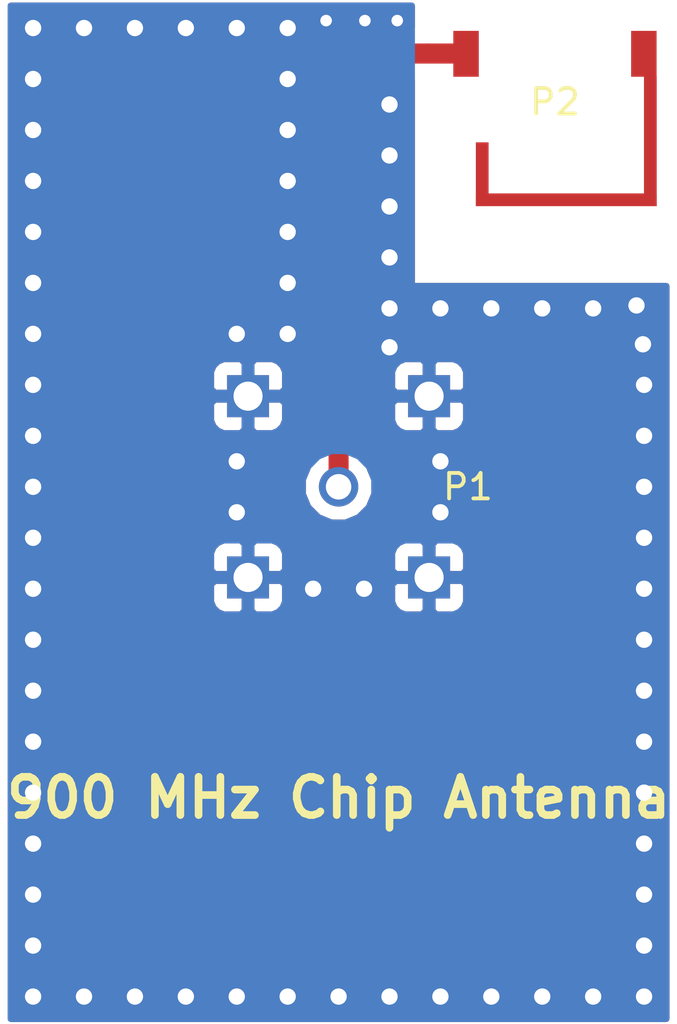
<source format=kicad_pcb>
(kicad_pcb (version 4) (host pcbnew 4.0.5)

  (general
    (links 84)
    (no_connects 6)
    (area 118.609524 74.725 169.390476 116.964)
    (thickness 1.6)
    (drawings 7)
    (tracks 3)
    (zones 0)
    (modules 79)
    (nets 4)
  )

  (page A4)
  (layers
    (0 F.Cu signal)
    (31 B.Cu signal)
    (32 B.Adhes user)
    (33 F.Adhes user)
    (34 B.Paste user)
    (35 F.Paste user)
    (36 B.SilkS user)
    (37 F.SilkS user)
    (38 B.Mask user)
    (39 F.Mask user)
    (40 Dwgs.User user)
    (41 Cmts.User user)
    (42 Eco1.User user)
    (43 Eco2.User user)
    (44 Edge.Cuts user)
    (45 Margin user)
    (46 B.CrtYd user)
    (47 F.CrtYd user)
    (48 B.Fab user)
    (49 F.Fab user)
  )

  (setup
    (last_trace_width 0.5)
    (trace_clearance 0.2)
    (zone_clearance 0.508)
    (zone_45_only no)
    (trace_min 0.2)
    (segment_width 0.2)
    (edge_width 0.15)
    (via_size 0.6)
    (via_drill 0.4)
    (via_min_size 0.4)
    (via_min_drill 0.3)
    (uvia_size 0.3)
    (uvia_drill 0.1)
    (uvias_allowed no)
    (uvia_min_size 0.2)
    (uvia_min_drill 0.1)
    (pcb_text_width 0.3)
    (pcb_text_size 1.5 1.5)
    (mod_edge_width 0.15)
    (mod_text_size 1 1)
    (mod_text_width 0.15)
    (pad_size 1 1)
    (pad_drill 0.64)
    (pad_to_mask_clearance 0.2)
    (aux_axis_origin 0 0)
    (visible_elements 7FFFFF7F)
    (pcbplotparams
      (layerselection 0x020f0_80000001)
      (usegerberextensions false)
      (excludeedgelayer true)
      (linewidth 0.100000)
      (plotframeref false)
      (viasonmask false)
      (mode 1)
      (useauxorigin true)
      (hpglpennumber 1)
      (hpglpenspeed 20)
      (hpglpendiameter 15)
      (hpglpenoverlay 2)
      (psnegative false)
      (psa4output false)
      (plotreference true)
      (plotvalue true)
      (plotinvisibletext false)
      (padsonsilk false)
      (subtractmaskfromsilk false)
      (outputformat 1)
      (mirror false)
      (drillshape 0)
      (scaleselection 1)
      (outputdirectory GerbTool/))
  )

  (net 0 "")
  (net 1 GND)
  (net 2 "Net-(P1-Pad1)")
  (net 3 "Net-(P2-Pad2)")

  (net_class Default "This is the default net class."
    (clearance 0.2)
    (trace_width 0.5)
    (via_dia 0.6)
    (via_drill 0.4)
    (uvia_dia 0.3)
    (uvia_drill 0.1)
    (add_net GND)
    (add_net "Net-(P1-Pad1)")
    (add_net "Net-(P2-Pad2)")
  )

  (module Misc:Via_Stitch_Dia1.00mm_Drill0.64mm (layer F.Cu) (tedit 590FA34C) (tstamp 590F82EE)
    (at 146 89.524)
    (fp_text reference REF** (at 0 0.889) (layer F.SilkS) hide
      (effects (font (size 1 1) (thickness 0.15)))
    )
    (fp_text value Via_Stitch_Dia1.00mm_Drill0.64mm (at 0 -0.889) (layer F.Fab) hide
      (effects (font (size 1 1) (thickness 0.15)))
    )
    (pad 1 thru_hole circle (at 0 0) (size 1 1) (drill 0.64) (layers *.Cu)
      (net 1 GND) (zone_connect 2))
  )

  (module Misc:Via_Stitch_Dia0.508mm_Drill0.254mm (layer F.Cu) (tedit 590FA39A) (tstamp 590F82E9)
    (at 146.304 76.708)
    (fp_text reference REF** (at 0 0.889) (layer F.SilkS) hide
      (effects (font (size 1 1) (thickness 0.15)))
    )
    (fp_text value Via_Stitch_Dia0.508mm_Drill0.254mm (at 0 -0.889) (layer F.Fab) hide
      (effects (font (size 1 1) (thickness 0.15)))
    )
    (pad 1 thru_hole circle (at 0 0) (size 0.7508 0.7508) (drill 0.454) (layers *.Cu)
      (net 1 GND) (zone_connect 2))
  )

  (module Misc:Via_Stitch_Dia0.508mm_Drill0.254mm (layer F.Cu) (tedit 590FA396) (tstamp 590F82E4)
    (at 145.034 76.708)
    (fp_text reference REF** (at 0 0.889) (layer F.SilkS) hide
      (effects (font (size 1 1) (thickness 0.15)))
    )
    (fp_text value Via_Stitch_Dia0.508mm_Drill0.254mm (at 0 -0.889) (layer F.Fab) hide
      (effects (font (size 1 1) (thickness 0.15)))
    )
    (pad 1 thru_hole circle (at 0 0) (size 0.7508 0.7508) (drill 0.454) (layers *.Cu)
      (net 1 GND) (zone_connect 2))
  )

  (module Misc:Via_Stitch_Dia1.00mm_Drill0.64mm (layer F.Cu) (tedit 590FA338) (tstamp 590F81C1)
    (at 155.702 87.884)
    (fp_text reference REF** (at 0 0.889) (layer F.SilkS) hide
      (effects (font (size 1 1) (thickness 0.15)))
    )
    (fp_text value Via_Stitch_Dia1.00mm_Drill0.64mm (at 0 -0.889) (layer F.Fab) hide
      (effects (font (size 1 1) (thickness 0.15)))
    )
    (pad 1 thru_hole circle (at 0 0) (size 1 1) (drill 0.64) (layers *.Cu)
      (net 1 GND) (zone_connect 2))
  )

  (module Misc:Via_Stitch_Dia1.00mm_Drill0.64mm (layer F.Cu) (tedit 590FA33B) (tstamp 590F81A9)
    (at 154 88)
    (fp_text reference REF** (at 0 0.889) (layer F.SilkS) hide
      (effects (font (size 1 1) (thickness 0.15)))
    )
    (fp_text value Via_Stitch_Dia1.00mm_Drill0.64mm (at 0 -0.889) (layer F.Fab) hide
      (effects (font (size 1 1) (thickness 0.15)))
    )
    (pad 1 thru_hole circle (at 0 0) (size 1 1) (drill 0.64) (layers *.Cu)
      (net 1 GND) (zone_connect 2))
  )

  (module Misc:Via_Stitch_Dia1.00mm_Drill0.64mm (layer F.Cu) (tedit 590FA348) (tstamp 590F819F)
    (at 148 88)
    (fp_text reference REF** (at 0 0.889) (layer F.SilkS) hide
      (effects (font (size 1 1) (thickness 0.15)))
    )
    (fp_text value Via_Stitch_Dia1.00mm_Drill0.64mm (at 0 -0.889) (layer F.Fab) hide
      (effects (font (size 1 1) (thickness 0.15)))
    )
    (pad 1 thru_hole circle (at 0 0) (size 1 1) (drill 0.64) (layers *.Cu)
      (net 1 GND) (zone_connect 2))
  )

  (module Misc:Via_Stitch_Dia1.00mm_Drill0.64mm (layer F.Cu) (tedit 590FA340) (tstamp 590F819B)
    (at 152 88)
    (fp_text reference REF** (at 0 0.889) (layer F.SilkS) hide
      (effects (font (size 1 1) (thickness 0.15)))
    )
    (fp_text value Via_Stitch_Dia1.00mm_Drill0.64mm (at 0 -0.889) (layer F.Fab) hide
      (effects (font (size 1 1) (thickness 0.15)))
    )
    (pad 1 thru_hole circle (at 0 0) (size 1 1) (drill 0.64) (layers *.Cu)
      (net 1 GND) (zone_connect 2))
  )

  (module Misc:Via_Stitch_Dia1.00mm_Drill0.64mm (layer F.Cu) (tedit 590FA344) (tstamp 590F8197)
    (at 150 88)
    (fp_text reference REF** (at 0 0.889) (layer F.SilkS) hide
      (effects (font (size 1 1) (thickness 0.15)))
    )
    (fp_text value Via_Stitch_Dia1.00mm_Drill0.64mm (at 0 -0.889) (layer F.Fab) hide
      (effects (font (size 1 1) (thickness 0.15)))
    )
    (pad 1 thru_hole circle (at 0 0) (size 1 1) (drill 0.64) (layers *.Cu)
      (net 1 GND) (zone_connect 2))
  )

  (module Misc:Via_Stitch_Dia1.00mm_Drill0.64mm (layer F.Cu) (tedit 590FA358) (tstamp 590F818C)
    (at 146 84)
    (fp_text reference REF** (at 0 0.889) (layer F.SilkS) hide
      (effects (font (size 1 1) (thickness 0.15)))
    )
    (fp_text value Via_Stitch_Dia1.00mm_Drill0.64mm (at 0 -0.889) (layer F.Fab) hide
      (effects (font (size 1 1) (thickness 0.15)))
    )
    (pad 1 thru_hole circle (at 0 0) (size 1 1) (drill 0.64) (layers *.Cu)
      (net 1 GND) (zone_connect 2))
  )

  (module Misc:Via_Stitch_Dia1.00mm_Drill0.64mm (layer F.Cu) (tedit 590FA355) (tstamp 590F8188)
    (at 146 86)
    (fp_text reference REF** (at 0 0.889) (layer F.SilkS) hide
      (effects (font (size 1 1) (thickness 0.15)))
    )
    (fp_text value Via_Stitch_Dia1.00mm_Drill0.64mm (at 0 -0.889) (layer F.Fab) hide
      (effects (font (size 1 1) (thickness 0.15)))
    )
    (pad 1 thru_hole circle (at 0 0) (size 1 1) (drill 0.64) (layers *.Cu)
      (net 1 GND) (zone_connect 2))
  )

  (module Misc:Via_Stitch_Dia1.00mm_Drill0.64mm (layer F.Cu) (tedit 590FA351) (tstamp 590F8184)
    (at 146 88)
    (fp_text reference REF** (at 0 0.889) (layer F.SilkS) hide
      (effects (font (size 1 1) (thickness 0.15)))
    )
    (fp_text value Via_Stitch_Dia1.00mm_Drill0.64mm (at 0 -0.889) (layer F.Fab) hide
      (effects (font (size 1 1) (thickness 0.15)))
    )
    (pad 1 thru_hole circle (at 0 0) (size 1 1) (drill 0.64) (layers *.Cu)
      (net 1 GND) (zone_connect 2))
  )

  (module Misc:Via_Stitch_Dia1.00mm_Drill0.64mm (layer F.Cu) (tedit 590FA35D) (tstamp 590F8180)
    (at 146 82)
    (fp_text reference REF** (at 0 0.889) (layer F.SilkS) hide
      (effects (font (size 1 1) (thickness 0.15)))
    )
    (fp_text value Via_Stitch_Dia1.00mm_Drill0.64mm (at 0 -0.889) (layer F.Fab) hide
      (effects (font (size 1 1) (thickness 0.15)))
    )
    (pad 1 thru_hole circle (at 0 0) (size 1 1) (drill 0.64) (layers *.Cu)
      (net 1 GND) (zone_connect 2))
  )

  (module Misc:Via_Stitch_Dia1.00mm_Drill0.64mm (layer F.Cu) (tedit 590FA360) (tstamp 590F817C)
    (at 146 80)
    (fp_text reference REF** (at 0 0.889) (layer F.SilkS) hide
      (effects (font (size 1 1) (thickness 0.15)))
    )
    (fp_text value Via_Stitch_Dia1.00mm_Drill0.64mm (at 0 -0.889) (layer F.Fab) hide
      (effects (font (size 1 1) (thickness 0.15)))
    )
    (pad 1 thru_hole circle (at 0 0) (size 1 1) (drill 0.64) (layers *.Cu)
      (net 1 GND) (zone_connect 2))
  )

  (module Misc:Via_Stitch_Dia1.00mm_Drill0.64mm (layer F.Cu) (tedit 590FA3B7) (tstamp 590F816F)
    (at 145 99)
    (fp_text reference REF** (at 0 0.889) (layer F.SilkS) hide
      (effects (font (size 1 1) (thickness 0.15)))
    )
    (fp_text value Via_Stitch_Dia1.00mm_Drill0.64mm (at 0 -0.889) (layer F.Fab) hide
      (effects (font (size 1 1) (thickness 0.15)))
    )
    (pad 1 thru_hole circle (at 0 0) (size 1 1) (drill 0.64) (layers *.Cu)
      (net 1 GND) (zone_connect 2))
  )

  (module Misc:Via_Stitch_Dia1.00mm_Drill0.64mm (layer F.Cu) (tedit 590FA3B2) (tstamp 590F8167)
    (at 143 99)
    (fp_text reference REF** (at 0 0.889) (layer F.SilkS) hide
      (effects (font (size 1 1) (thickness 0.15)))
    )
    (fp_text value Via_Stitch_Dia1.00mm_Drill0.64mm (at 0 -0.889) (layer F.Fab) hide
      (effects (font (size 1 1) (thickness 0.15)))
    )
    (pad 1 thru_hole circle (at 0 0) (size 1 1) (drill 0.64) (layers *.Cu)
      (net 1 GND) (zone_connect 2))
  )

  (module Misc:Via_Stitch_Dia1.00mm_Drill0.64mm (layer F.Cu) (tedit 590FA7C9) (tstamp 590F815F)
    (at 148 94)
    (fp_text reference REF** (at 0 0.889) (layer F.SilkS) hide
      (effects (font (size 1 1) (thickness 0.15)))
    )
    (fp_text value Via_Stitch_Dia1.00mm_Drill0.64mm (at 0 -0.889) (layer F.Fab) hide
      (effects (font (size 1 1) (thickness 0.15)))
    )
    (pad 1 thru_hole circle (at 0 0) (size 1 1) (drill 0.64) (layers *.Cu)
      (net 1 GND) (zone_connect 2))
  )

  (module Misc:Via_Stitch_Dia1.00mm_Drill0.64mm (layer F.Cu) (tedit 590FA7C2) (tstamp 590F815B)
    (at 148 96)
    (fp_text reference REF** (at 0 0.889) (layer F.SilkS) hide
      (effects (font (size 1 1) (thickness 0.15)))
    )
    (fp_text value Via_Stitch_Dia1.00mm_Drill0.64mm (at 0 -0.889) (layer F.Fab) hide
      (effects (font (size 1 1) (thickness 0.15)))
    )
    (pad 1 thru_hole circle (at 0 0) (size 1 1) (drill 0.64) (layers *.Cu)
      (net 1 GND) (zone_connect 2))
  )

  (module Misc:Via_Stitch_Dia1.00mm_Drill0.64mm (layer F.Cu) (tedit 590FA375) (tstamp 590F8138)
    (at 140 96)
    (fp_text reference REF** (at 0 0.889) (layer F.SilkS) hide
      (effects (font (size 1 1) (thickness 0.15)))
    )
    (fp_text value Via_Stitch_Dia1.00mm_Drill0.64mm (at 0 -0.889) (layer F.Fab) hide
      (effects (font (size 1 1) (thickness 0.15)))
    )
    (pad 1 thru_hole circle (at 0 0) (size 1 1) (drill 0.64) (layers *.Cu)
      (net 1 GND) (zone_connect 2))
  )

  (module Misc:Via_Stitch_Dia1.00mm_Drill0.64mm (layer F.Cu) (tedit 590FA370) (tstamp 590F8134)
    (at 140 94)
    (fp_text reference REF** (at 0 0.889) (layer F.SilkS) hide
      (effects (font (size 1 1) (thickness 0.15)))
    )
    (fp_text value Via_Stitch_Dia1.00mm_Drill0.64mm (at 0 -0.889) (layer F.Fab) hide
      (effects (font (size 1 1) (thickness 0.15)))
    )
    (pad 1 thru_hole circle (at 0 0) (size 1 1) (drill 0.64) (layers *.Cu)
      (net 1 GND) (zone_connect 2))
  )

  (module Misc:Via_Stitch_Dia1.00mm_Drill0.64mm (layer F.Cu) (tedit 590FA369) (tstamp 590F8117)
    (at 140 89)
    (fp_text reference REF** (at 0 0.889) (layer F.SilkS) hide
      (effects (font (size 1 1) (thickness 0.15)))
    )
    (fp_text value Via_Stitch_Dia1.00mm_Drill0.64mm (at 0 -0.889) (layer F.Fab) hide
      (effects (font (size 1 1) (thickness 0.15)))
    )
    (pad 1 thru_hole circle (at 0 0) (size 1 1) (drill 0.64) (layers *.Cu)
      (net 1 GND) (zone_connect 2))
  )

  (module Misc:Via_Stitch_Dia1.00mm_Drill0.64mm (layer F.Cu) (tedit 590FA388) (tstamp 590F8113)
    (at 142 79)
    (fp_text reference REF** (at 0 0.889) (layer F.SilkS) hide
      (effects (font (size 1 1) (thickness 0.15)))
    )
    (fp_text value Via_Stitch_Dia1.00mm_Drill0.64mm (at 0 -0.889) (layer F.Fab) hide
      (effects (font (size 1 1) (thickness 0.15)))
    )
    (pad 1 thru_hole circle (at 0 0) (size 1 1) (drill 0.64) (layers *.Cu)
      (net 1 GND) (zone_connect 2))
  )

  (module Misc:Via_Stitch_Dia1.00mm_Drill0.64mm (layer F.Cu) (tedit 590FA384) (tstamp 590F810F)
    (at 142 81)
    (fp_text reference REF** (at 0 0.889) (layer F.SilkS) hide
      (effects (font (size 1 1) (thickness 0.15)))
    )
    (fp_text value Via_Stitch_Dia1.00mm_Drill0.64mm (at 0 -0.889) (layer F.Fab) hide
      (effects (font (size 1 1) (thickness 0.15)))
    )
    (pad 1 thru_hole circle (at 0 0) (size 1 1) (drill 0.64) (layers *.Cu)
      (net 1 GND) (zone_connect 2))
  )

  (module Misc:Via_Stitch_Dia1.00mm_Drill0.64mm (layer F.Cu) (tedit 590FA380) (tstamp 590F810B)
    (at 142 83)
    (fp_text reference REF** (at 0 0.889) (layer F.SilkS) hide
      (effects (font (size 1 1) (thickness 0.15)))
    )
    (fp_text value Via_Stitch_Dia1.00mm_Drill0.64mm (at 0 -0.889) (layer F.Fab) hide
      (effects (font (size 1 1) (thickness 0.15)))
    )
    (pad 1 thru_hole circle (at 0 0) (size 1 1) (drill 0.64) (layers *.Cu)
      (net 1 GND) (zone_connect 2))
  )

  (module Misc:Via_Stitch_Dia1.00mm_Drill0.64mm (layer F.Cu) (tedit 590FA365) (tstamp 590F8107)
    (at 142 89)
    (fp_text reference REF** (at 0 0.889) (layer F.SilkS) hide
      (effects (font (size 1 1) (thickness 0.15)))
    )
    (fp_text value Via_Stitch_Dia1.00mm_Drill0.64mm (at 0 -0.889) (layer F.Fab) hide
      (effects (font (size 1 1) (thickness 0.15)))
    )
    (pad 1 thru_hole circle (at 0 0) (size 1 1) (drill 0.64) (layers *.Cu)
      (net 1 GND) (zone_connect 2))
  )

  (module Misc:Via_Stitch_Dia1.00mm_Drill0.64mm (layer F.Cu) (tedit 590FA378) (tstamp 590F8103)
    (at 142 87)
    (fp_text reference REF** (at 0 0.889) (layer F.SilkS) hide
      (effects (font (size 1 1) (thickness 0.15)))
    )
    (fp_text value Via_Stitch_Dia1.00mm_Drill0.64mm (at 0 -0.889) (layer F.Fab) hide
      (effects (font (size 1 1) (thickness 0.15)))
    )
    (pad 1 thru_hole circle (at 0 0) (size 1 1) (drill 0.64) (layers *.Cu)
      (net 1 GND) (zone_connect 2))
  )

  (module Misc:Via_Stitch_Dia1.00mm_Drill0.64mm (layer F.Cu) (tedit 590FA37C) (tstamp 590F80FF)
    (at 142 85)
    (fp_text reference REF** (at 0 0.889) (layer F.SilkS) hide
      (effects (font (size 1 1) (thickness 0.15)))
    )
    (fp_text value Via_Stitch_Dia1.00mm_Drill0.64mm (at 0 -0.889) (layer F.Fab) hide
      (effects (font (size 1 1) (thickness 0.15)))
    )
    (pad 1 thru_hole circle (at 0 0) (size 1 1) (drill 0.64) (layers *.Cu)
      (net 1 GND) (zone_connect 2))
  )

  (module Misc:Via_Stitch_Dia1.00mm_Drill0.64mm (layer F.Cu) (tedit 590FA38C) (tstamp 590F80D4)
    (at 142 77)
    (fp_text reference REF** (at 0 0.889) (layer F.SilkS) hide
      (effects (font (size 1 1) (thickness 0.15)))
    )
    (fp_text value Via_Stitch_Dia1.00mm_Drill0.64mm (at 0 -0.889) (layer F.Fab) hide
      (effects (font (size 1 1) (thickness 0.15)))
    )
    (pad 1 thru_hole circle (at 0 0) (size 1 1) (drill 0.64) (layers *.Cu)
      (net 1 GND) (zone_connect 2))
  )

  (module Misc:Via_Stitch_Dia1.00mm_Drill0.64mm (layer F.Cu) (tedit 590FA3A2) (tstamp 590F80CC)
    (at 138 77)
    (fp_text reference REF** (at 0 0.889) (layer F.SilkS) hide
      (effects (font (size 1 1) (thickness 0.15)))
    )
    (fp_text value Via_Stitch_Dia1.00mm_Drill0.64mm (at 0 -0.889) (layer F.Fab) hide
      (effects (font (size 1 1) (thickness 0.15)))
    )
    (pad 1 thru_hole circle (at 0 0) (size 1 1) (drill 0.64) (layers *.Cu)
      (net 1 GND) (zone_connect 2))
  )

  (module Misc:Via_Stitch_Dia1.00mm_Drill0.64mm (layer F.Cu) (tedit 590FA39E) (tstamp 590F80C8)
    (at 140 77)
    (fp_text reference REF** (at 0 0.889) (layer F.SilkS) hide
      (effects (font (size 1 1) (thickness 0.15)))
    )
    (fp_text value Via_Stitch_Dia1.00mm_Drill0.64mm (at 0 -0.889) (layer F.Fab) hide
      (effects (font (size 1 1) (thickness 0.15)))
    )
    (pad 1 thru_hole circle (at 0 0) (size 1 1) (drill 0.64) (layers *.Cu)
      (net 1 GND) (zone_connect 2))
  )

  (module Misc:Via_Stitch_Dia1.00mm_Drill0.64mm (layer F.Cu) (tedit 590FA3A6) (tstamp 590F80C0)
    (at 136 77)
    (fp_text reference REF** (at 0 0.889) (layer F.SilkS) hide
      (effects (font (size 1 1) (thickness 0.15)))
    )
    (fp_text value Via_Stitch_Dia1.00mm_Drill0.64mm (at 0 -0.889) (layer F.Fab) hide
      (effects (font (size 1 1) (thickness 0.15)))
    )
    (pad 1 thru_hole circle (at 0 0) (size 1 1) (drill 0.64) (layers *.Cu)
      (net 1 GND) (zone_connect 2))
  )

  (module Misc:Via_Stitch_Dia1.00mm_Drill0.64mm (layer F.Cu) (tedit 590FA3AA) (tstamp 590F80A8)
    (at 134 77)
    (fp_text reference REF** (at 0 0.889) (layer F.SilkS) hide
      (effects (font (size 1 1) (thickness 0.15)))
    )
    (fp_text value Via_Stitch_Dia1.00mm_Drill0.64mm (at 0 -0.889) (layer F.Fab) hide
      (effects (font (size 1 1) (thickness 0.15)))
    )
    (pad 1 thru_hole circle (at 0 0) (size 1 1) (drill 0.64) (layers *.Cu)
      (net 1 GND) (zone_connect 2))
  )

  (module Misc:Via_Stitch_Dia1.00mm_Drill0.64mm (layer F.Cu) (tedit 590FA325) (tstamp 590F8099)
    (at 156 91)
    (fp_text reference REF** (at 0 0.889) (layer F.SilkS) hide
      (effects (font (size 1 1) (thickness 0.15)))
    )
    (fp_text value Via_Stitch_Dia1.00mm_Drill0.64mm (at 0 -0.889) (layer F.Fab) hide
      (effects (font (size 1 1) (thickness 0.15)))
    )
    (pad 1 thru_hole circle (at 0 0) (size 1 1) (drill 0.64) (layers *.Cu)
      (net 1 GND) (zone_connect 2))
  )

  (module Misc:Via_Stitch_Dia1.00mm_Drill0.64mm (layer F.Cu) (tedit 590FA32B) (tstamp 590F8095)
    (at 155.956 89.408)
    (fp_text reference REF** (at 0 0.889) (layer F.SilkS) hide
      (effects (font (size 1 1) (thickness 0.15)))
    )
    (fp_text value Via_Stitch_Dia1.00mm_Drill0.64mm (at 0 -0.889) (layer F.Fab) hide
      (effects (font (size 1 1) (thickness 0.15)))
    )
    (pad 1 thru_hole circle (at 0 0) (size 1 1) (drill 0.64) (layers *.Cu)
      (net 1 GND) (zone_connect 2))
  )

  (module Misc:Via_Stitch_Dia1.00mm_Drill0.64mm (layer F.Cu) (tedit 590FA311) (tstamp 590F8091)
    (at 156 101)
    (fp_text reference REF** (at 0 0.889) (layer F.SilkS) hide
      (effects (font (size 1 1) (thickness 0.15)))
    )
    (fp_text value Via_Stitch_Dia1.00mm_Drill0.64mm (at 0 -0.889) (layer F.Fab) hide
      (effects (font (size 1 1) (thickness 0.15)))
    )
    (pad 1 thru_hole circle (at 0 0) (size 1 1) (drill 0.64) (layers *.Cu)
      (net 1 GND) (zone_connect 2))
  )

  (module Misc:Via_Stitch_Dia1.00mm_Drill0.64mm (layer F.Cu) (tedit 590FA30C) (tstamp 590F808D)
    (at 156 103)
    (fp_text reference REF** (at 0 0.889) (layer F.SilkS) hide
      (effects (font (size 1 1) (thickness 0.15)))
    )
    (fp_text value Via_Stitch_Dia1.00mm_Drill0.64mm (at 0 -0.889) (layer F.Fab) hide
      (effects (font (size 1 1) (thickness 0.15)))
    )
    (pad 1 thru_hole circle (at 0 0) (size 1 1) (drill 0.64) (layers *.Cu)
      (net 1 GND) (zone_connect 2))
  )

  (module Misc:Via_Stitch_Dia1.00mm_Drill0.64mm (layer F.Cu) (tedit 590FA308) (tstamp 590F8089)
    (at 156 105)
    (fp_text reference REF** (at 0 0.889) (layer F.SilkS) hide
      (effects (font (size 1 1) (thickness 0.15)))
    )
    (fp_text value Via_Stitch_Dia1.00mm_Drill0.64mm (at 0 -0.889) (layer F.Fab) hide
      (effects (font (size 1 1) (thickness 0.15)))
    )
    (pad 1 thru_hole circle (at 0 0) (size 1 1) (drill 0.64) (layers *.Cu)
      (net 1 GND) (zone_connect 2))
  )

  (module Misc:Via_Stitch_Dia1.00mm_Drill0.64mm (layer F.Cu) (tedit 590FA302) (tstamp 590F8085)
    (at 156 107)
    (fp_text reference REF** (at 0 0.889) (layer F.SilkS) hide
      (effects (font (size 1 1) (thickness 0.15)))
    )
    (fp_text value Via_Stitch_Dia1.00mm_Drill0.64mm (at 0 -0.889) (layer F.Fab) hide
      (effects (font (size 1 1) (thickness 0.15)))
    )
    (pad 1 thru_hole circle (at 0 0) (size 1 1) (drill 0.64) (layers *.Cu)
      (net 1 GND) (zone_connect 2))
  )

  (module Misc:Via_Stitch_Dia1.00mm_Drill0.64mm (layer F.Cu) (tedit 590FA314) (tstamp 590F8081)
    (at 156 99)
    (fp_text reference REF** (at 0 0.889) (layer F.SilkS) hide
      (effects (font (size 1 1) (thickness 0.15)))
    )
    (fp_text value Via_Stitch_Dia1.00mm_Drill0.64mm (at 0 -0.889) (layer F.Fab) hide
      (effects (font (size 1 1) (thickness 0.15)))
    )
    (pad 1 thru_hole circle (at 0 0) (size 1 1) (drill 0.64) (layers *.Cu)
      (net 1 GND) (zone_connect 2))
  )

  (module Misc:Via_Stitch_Dia1.00mm_Drill0.64mm (layer F.Cu) (tedit 590FA318) (tstamp 590F807D)
    (at 156 97)
    (fp_text reference REF** (at 0 0.889) (layer F.SilkS) hide
      (effects (font (size 1 1) (thickness 0.15)))
    )
    (fp_text value Via_Stitch_Dia1.00mm_Drill0.64mm (at 0 -0.889) (layer F.Fab) hide
      (effects (font (size 1 1) (thickness 0.15)))
    )
    (pad 1 thru_hole circle (at 0 0) (size 1 1) (drill 0.64) (layers *.Cu)
      (net 1 GND) (zone_connect 2))
  )

  (module Misc:Via_Stitch_Dia1.00mm_Drill0.64mm (layer F.Cu) (tedit 590FA31C) (tstamp 590F8079)
    (at 156 95)
    (fp_text reference REF** (at 0 0.889) (layer F.SilkS) hide
      (effects (font (size 1 1) (thickness 0.15)))
    )
    (fp_text value Via_Stitch_Dia1.00mm_Drill0.64mm (at 0 -0.889) (layer F.Fab) hide
      (effects (font (size 1 1) (thickness 0.15)))
    )
    (pad 1 thru_hole circle (at 0 0) (size 1 1) (drill 0.64) (layers *.Cu)
      (net 1 GND) (zone_connect 2))
  )

  (module Misc:Via_Stitch_Dia1.00mm_Drill0.64mm (layer F.Cu) (tedit 590FA321) (tstamp 590F8075)
    (at 156 93)
    (fp_text reference REF** (at 0 0.889) (layer F.SilkS) hide
      (effects (font (size 1 1) (thickness 0.15)))
    )
    (fp_text value Via_Stitch_Dia1.00mm_Drill0.64mm (at 0 -0.889) (layer F.Fab) hide
      (effects (font (size 1 1) (thickness 0.15)))
    )
    (pad 1 thru_hole circle (at 0 0) (size 1 1) (drill 0.64) (layers *.Cu)
      (net 1 GND) (zone_connect 2))
  )

  (module Misc:Via_Stitch_Dia1.00mm_Drill0.64mm (layer F.Cu) (tedit 590FA2F0) (tstamp 590F8071)
    (at 156 113)
    (fp_text reference REF** (at 0 0.889) (layer F.SilkS) hide
      (effects (font (size 1 1) (thickness 0.15)))
    )
    (fp_text value Via_Stitch_Dia1.00mm_Drill0.64mm (at 0 -0.889) (layer F.Fab) hide
      (effects (font (size 1 1) (thickness 0.15)))
    )
    (pad 1 thru_hole circle (at 0 0) (size 1 1) (drill 0.64) (layers *.Cu)
      (net 1 GND) (zone_connect 2))
  )

  (module Misc:Via_Stitch_Dia1.00mm_Drill0.64mm (layer F.Cu) (tedit 590FA2F4) (tstamp 590F806D)
    (at 156 111)
    (fp_text reference REF** (at 0 0.889) (layer F.SilkS) hide
      (effects (font (size 1 1) (thickness 0.15)))
    )
    (fp_text value Via_Stitch_Dia1.00mm_Drill0.64mm (at 0 -0.889) (layer F.Fab) hide
      (effects (font (size 1 1) (thickness 0.15)))
    )
    (pad 1 thru_hole circle (at 0 0) (size 1 1) (drill 0.64) (layers *.Cu)
      (net 1 GND) (zone_connect 2))
  )

  (module Misc:Via_Stitch_Dia1.00mm_Drill0.64mm (layer F.Cu) (tedit 590FA2F9) (tstamp 590F8069)
    (at 156 109)
    (fp_text reference REF** (at 0 0.889) (layer F.SilkS) hide
      (effects (font (size 1 1) (thickness 0.15)))
    )
    (fp_text value Via_Stitch_Dia1.00mm_Drill0.64mm (at 0 -0.889) (layer F.Fab) hide
      (effects (font (size 1 1) (thickness 0.15)))
    )
    (pad 1 thru_hole circle (at 0 0) (size 1 1) (drill 0.64) (layers *.Cu)
      (net 1 GND) (zone_connect 2))
  )

  (module Misc:Via_Stitch_Dia1.00mm_Drill0.64mm (layer F.Cu) (tedit 590FA2E8) (tstamp 590F8051)
    (at 156 115)
    (fp_text reference REF** (at 0 0.889) (layer F.SilkS) hide
      (effects (font (size 1 1) (thickness 0.15)))
    )
    (fp_text value Via_Stitch_Dia1.00mm_Drill0.64mm (at 0 -0.889) (layer F.Fab) hide
      (effects (font (size 1 1) (thickness 0.15)))
    )
    (pad 1 thru_hole circle (at 0 0) (size 1 1) (drill 0.64) (layers *.Cu)
      (net 1 GND) (zone_connect 2))
  )

  (module Misc:Via_Stitch_Dia1.00mm_Drill0.64mm (layer F.Cu) (tedit 590FA2D8) (tstamp 590F804C)
    (at 152 115)
    (fp_text reference REF** (at 0 0.889) (layer F.SilkS) hide
      (effects (font (size 1 1) (thickness 0.15)))
    )
    (fp_text value Via_Stitch_Dia1.00mm_Drill0.64mm (at 0 -0.889) (layer F.Fab) hide
      (effects (font (size 1 1) (thickness 0.15)))
    )
    (pad 1 thru_hole circle (at 0 0) (size 1 1) (drill 0.64) (layers *.Cu)
      (net 1 GND) (zone_connect 2))
  )

  (module Misc:Via_Stitch_Dia1.00mm_Drill0.64mm (layer F.Cu) (tedit 590FA2DC) (tstamp 590F8048)
    (at 154 115)
    (fp_text reference REF** (at 0 0.889) (layer F.SilkS) hide
      (effects (font (size 1 1) (thickness 0.15)))
    )
    (fp_text value Via_Stitch_Dia1.00mm_Drill0.64mm (at 0 -0.889) (layer F.Fab) hide
      (effects (font (size 1 1) (thickness 0.15)))
    )
    (pad 1 thru_hole circle (at 0 0) (size 1 1) (drill 0.64) (layers *.Cu)
      (net 1 GND) (zone_connect 2))
  )

  (module Misc:Via_Stitch_Dia1.00mm_Drill0.64mm (layer F.Cu) (tedit 590FA2D1) (tstamp 590F8044)
    (at 150 115)
    (fp_text reference REF** (at 0 0.889) (layer F.SilkS) hide
      (effects (font (size 1 1) (thickness 0.15)))
    )
    (fp_text value Via_Stitch_Dia1.00mm_Drill0.64mm (at 0 -0.889) (layer F.Fab) hide
      (effects (font (size 1 1) (thickness 0.15)))
    )
    (pad 1 thru_hole circle (at 0 0) (size 1 1) (drill 0.64) (layers *.Cu)
      (net 1 GND) (zone_connect 2))
  )

  (module Misc:Via_Stitch_Dia1.00mm_Drill0.64mm (layer F.Cu) (tedit 590FA2CD) (tstamp 590F8040)
    (at 148 115)
    (fp_text reference REF** (at 0 0.889) (layer F.SilkS) hide
      (effects (font (size 1 1) (thickness 0.15)))
    )
    (fp_text value Via_Stitch_Dia1.00mm_Drill0.64mm (at 0 -0.889) (layer F.Fab) hide
      (effects (font (size 1 1) (thickness 0.15)))
    )
    (pad 1 thru_hole circle (at 0 0) (size 1 1) (drill 0.64) (layers *.Cu)
      (net 1 GND) (zone_connect 2))
  )

  (module Misc:Via_Stitch_Dia1.00mm_Drill0.64mm (layer F.Cu) (tedit 590FA2BB) (tstamp 590F803C)
    (at 140 115)
    (fp_text reference REF** (at 0 0.889) (layer F.SilkS) hide
      (effects (font (size 1 1) (thickness 0.15)))
    )
    (fp_text value Via_Stitch_Dia1.00mm_Drill0.64mm (at 0 -0.889) (layer F.Fab) hide
      (effects (font (size 1 1) (thickness 0.15)))
    )
    (pad 1 thru_hole circle (at 0 0) (size 1 1) (drill 0.64) (layers *.Cu)
      (net 1 GND) (zone_connect 2))
  )

  (module Misc:Via_Stitch_Dia1.00mm_Drill0.64mm (layer F.Cu) (tedit 590FA2BF) (tstamp 590F8038)
    (at 142 115)
    (fp_text reference REF** (at 0 0.889) (layer F.SilkS) hide
      (effects (font (size 1 1) (thickness 0.15)))
    )
    (fp_text value Via_Stitch_Dia1.00mm_Drill0.64mm (at 0 -0.889) (layer F.Fab) hide
      (effects (font (size 1 1) (thickness 0.15)))
    )
    (pad 1 thru_hole circle (at 0 0) (size 1 1) (drill 0.64) (layers *.Cu)
      (net 1 GND) (zone_connect 2))
  )

  (module Misc:Via_Stitch_Dia1.00mm_Drill0.64mm (layer F.Cu) (tedit 590FA2C8) (tstamp 590F8034)
    (at 146 115)
    (fp_text reference REF** (at 0 0.889) (layer F.SilkS) hide
      (effects (font (size 1 1) (thickness 0.15)))
    )
    (fp_text value Via_Stitch_Dia1.00mm_Drill0.64mm (at 0 -0.889) (layer F.Fab) hide
      (effects (font (size 1 1) (thickness 0.15)))
    )
    (pad 1 thru_hole circle (at 0 0) (size 1 1) (drill 0.64) (layers *.Cu)
      (net 1 GND) (zone_connect 2))
  )

  (module Misc:Via_Stitch_Dia1.00mm_Drill0.64mm (layer F.Cu) (tedit 590FA2C4) (tstamp 590F8030)
    (at 144 115)
    (fp_text reference REF** (at 0 0.889) (layer F.SilkS) hide
      (effects (font (size 1 1) (thickness 0.15)))
    )
    (fp_text value Via_Stitch_Dia1.00mm_Drill0.64mm (at 0 -0.889) (layer F.Fab) hide
      (effects (font (size 1 1) (thickness 0.15)))
    )
    (pad 1 thru_hole circle (at 0 0) (size 1 1) (drill 0.64) (layers *.Cu)
      (net 1 GND) (zone_connect 2))
  )

  (module Misc:Via_Stitch_Dia1.00mm_Drill0.64mm (layer F.Cu) (tedit 590FA2B2) (tstamp 590F802C)
    (at 136 115)
    (fp_text reference REF** (at 0 0.889) (layer F.SilkS) hide
      (effects (font (size 1 1) (thickness 0.15)))
    )
    (fp_text value Via_Stitch_Dia1.00mm_Drill0.64mm (at 0 -0.889) (layer F.Fab) hide
      (effects (font (size 1 1) (thickness 0.15)))
    )
    (pad 1 thru_hole circle (at 0 0) (size 1 1) (drill 0.64) (layers *.Cu)
      (net 1 GND) (zone_connect 2))
  )

  (module Misc:Via_Stitch_Dia1.00mm_Drill0.64mm (layer F.Cu) (tedit 590FA2B6) (tstamp 590F8028)
    (at 138 115)
    (fp_text reference REF** (at 0 0.889) (layer F.SilkS) hide
      (effects (font (size 1 1) (thickness 0.15)))
    )
    (fp_text value Via_Stitch_Dia1.00mm_Drill0.64mm (at 0 -0.889) (layer F.Fab) hide
      (effects (font (size 1 1) (thickness 0.15)))
    )
    (pad 1 thru_hole circle (at 0 0) (size 1 1) (drill 0.64) (layers *.Cu)
      (net 1 GND) (zone_connect 2))
  )

  (module Misc:Via_Stitch_Dia1.00mm_Drill0.64mm (layer F.Cu) (tedit 590FA2AE) (tstamp 590F8020)
    (at 134 115)
    (fp_text reference REF** (at 0 0.889) (layer F.SilkS) hide
      (effects (font (size 1 1) (thickness 0.15)))
    )
    (fp_text value Via_Stitch_Dia1.00mm_Drill0.64mm (at 0 -0.889) (layer F.Fab) hide
      (effects (font (size 1 1) (thickness 0.15)))
    )
    (pad 1 thru_hole circle (at 0 0) (size 1 1) (drill 0.64) (layers *.Cu)
      (net 1 GND) (zone_connect 2))
  )

  (module Misc:Via_Stitch_Dia1.00mm_Drill0.64mm (layer F.Cu) (tedit 590FA29B) (tstamp 590F8016)
    (at 132 109)
    (fp_text reference REF** (at 0 0.889) (layer F.SilkS) hide
      (effects (font (size 1 1) (thickness 0.15)))
    )
    (fp_text value Via_Stitch_Dia1.00mm_Drill0.64mm (at 0 -0.889) (layer F.Fab) hide
      (effects (font (size 1 1) (thickness 0.15)))
    )
    (pad 1 thru_hole circle (at 0 0) (size 1 1) (drill 0.64) (layers *.Cu)
      (net 1 GND) (zone_connect 2))
  )

  (module Misc:Via_Stitch_Dia1.00mm_Drill0.64mm (layer F.Cu) (tedit 590FA2A2) (tstamp 590F8012)
    (at 132 111)
    (fp_text reference REF** (at 0 0.889) (layer F.SilkS) hide
      (effects (font (size 1 1) (thickness 0.15)))
    )
    (fp_text value Via_Stitch_Dia1.00mm_Drill0.64mm (at 0 -0.889) (layer F.Fab) hide
      (effects (font (size 1 1) (thickness 0.15)))
    )
    (pad 1 thru_hole circle (at 0 0) (size 1 1) (drill 0.64) (layers *.Cu)
      (net 1 GND) (zone_connect 2))
  )

  (module Misc:Via_Stitch_Dia1.00mm_Drill0.64mm (layer F.Cu) (tedit 590FA2A6) (tstamp 590F800E)
    (at 132 113)
    (fp_text reference REF** (at 0 0.889) (layer F.SilkS) hide
      (effects (font (size 1 1) (thickness 0.15)))
    )
    (fp_text value Via_Stitch_Dia1.00mm_Drill0.64mm (at 0 -0.889) (layer F.Fab) hide
      (effects (font (size 1 1) (thickness 0.15)))
    )
    (pad 1 thru_hole circle (at 0 0) (size 1 1) (drill 0.64) (layers *.Cu)
      (net 1 GND) (zone_connect 2))
  )

  (module Misc:Via_Stitch_Dia1.00mm_Drill0.64mm (layer F.Cu) (tedit 590FA2AA) (tstamp 590F800A)
    (at 132 115)
    (fp_text reference REF** (at 0 0.889) (layer F.SilkS) hide
      (effects (font (size 1 1) (thickness 0.15)))
    )
    (fp_text value Via_Stitch_Dia1.00mm_Drill0.64mm (at 0 -0.889) (layer F.Fab) hide
      (effects (font (size 1 1) (thickness 0.15)))
    )
    (pad 1 thru_hole circle (at 0 0) (size 1 1) (drill 0.64) (layers *.Cu)
      (net 1 GND) (zone_connect 2))
  )

  (module Misc:Via_Stitch_Dia1.00mm_Drill0.64mm (layer F.Cu) (tedit 590FA226) (tstamp 590F8006)
    (at 132 93)
    (fp_text reference REF** (at 0 0.889) (layer F.SilkS) hide
      (effects (font (size 1 1) (thickness 0.15)))
    )
    (fp_text value Via_Stitch_Dia1.00mm_Drill0.64mm (at 0 -0.889) (layer F.Fab) hide
      (effects (font (size 1 1) (thickness 0.15)))
    )
    (pad 1 thru_hole circle (at 0 0) (size 1 1) (drill 0.64) (layers *.Cu)
      (net 1 GND) (zone_connect 2))
  )

  (module Misc:Via_Stitch_Dia1.00mm_Drill0.64mm (layer F.Cu) (tedit 590FA22A) (tstamp 590F8002)
    (at 132 95)
    (fp_text reference REF** (at 0 0.889) (layer F.SilkS) hide
      (effects (font (size 1 1) (thickness 0.15)))
    )
    (fp_text value Via_Stitch_Dia1.00mm_Drill0.64mm (at 0 -0.889) (layer F.Fab) hide
      (effects (font (size 1 1) (thickness 0.15)))
    )
    (pad 1 thru_hole circle (at 0 0) (size 1 1) (drill 0.64) (layers *.Cu)
      (net 1 GND) (zone_connect 2))
  )

  (module Misc:Via_Stitch_Dia1.00mm_Drill0.64mm (layer F.Cu) (tedit 590FA26C) (tstamp 590F7FFE)
    (at 132 97)
    (fp_text reference REF** (at 0 0.889) (layer F.SilkS) hide
      (effects (font (size 1 1) (thickness 0.15)))
    )
    (fp_text value Via_Stitch_Dia1.00mm_Drill0.64mm (at 0 -0.889) (layer F.Fab) hide
      (effects (font (size 1 1) (thickness 0.15)))
    )
    (pad 1 thru_hole circle (at 0 0) (size 1 1) (drill 0.64) (layers *.Cu)
      (net 1 GND) (zone_connect 2))
  )

  (module Misc:Via_Stitch_Dia1.00mm_Drill0.64mm (layer F.Cu) (tedit 590FA270) (tstamp 590F7FFA)
    (at 132 99)
    (fp_text reference REF** (at 0 0.889) (layer F.SilkS) hide
      (effects (font (size 1 1) (thickness 0.15)))
    )
    (fp_text value Via_Stitch_Dia1.00mm_Drill0.64mm (at 0 -0.889) (layer F.Fab) hide
      (effects (font (size 1 1) (thickness 0.15)))
    )
    (pad 1 thru_hole circle (at 0 0) (size 1 1) (drill 0.64) (layers *.Cu)
      (net 1 GND) (zone_connect 2))
  )

  (module Misc:Via_Stitch_Dia1.00mm_Drill0.64mm (layer F.Cu) (tedit 590FA298) (tstamp 590F7FF6)
    (at 132 107)
    (fp_text reference REF** (at 0 0.889) (layer F.SilkS) hide
      (effects (font (size 1 1) (thickness 0.15)))
    )
    (fp_text value Via_Stitch_Dia1.00mm_Drill0.64mm (at 0 -0.889) (layer F.Fab) hide
      (effects (font (size 1 1) (thickness 0.15)))
    )
    (pad 1 thru_hole circle (at 0 0) (size 1 1) (drill 0.64) (layers *.Cu)
      (net 1 GND) (zone_connect 2))
  )

  (module Misc:Via_Stitch_Dia1.00mm_Drill0.64mm (layer F.Cu) (tedit 590FA27C) (tstamp 590F7FF2)
    (at 132 105)
    (fp_text reference REF** (at 0 0.889) (layer F.SilkS) hide
      (effects (font (size 1 1) (thickness 0.15)))
    )
    (fp_text value Via_Stitch_Dia1.00mm_Drill0.64mm (at 0 -0.889) (layer F.Fab) hide
      (effects (font (size 1 1) (thickness 0.15)))
    )
    (pad 1 thru_hole circle (at 0 0) (size 1 1) (drill 0.64) (layers *.Cu)
      (net 1 GND) (zone_connect 2))
  )

  (module Misc:Via_Stitch_Dia1.00mm_Drill0.64mm (layer F.Cu) (tedit 590FA278) (tstamp 590F7FEE)
    (at 132 103)
    (fp_text reference REF** (at 0 0.889) (layer F.SilkS) hide
      (effects (font (size 1 1) (thickness 0.15)))
    )
    (fp_text value Via_Stitch_Dia1.00mm_Drill0.64mm (at 0 -0.889) (layer F.Fab) hide
      (effects (font (size 1 1) (thickness 0.15)))
    )
    (pad 1 thru_hole circle (at 0 0) (size 1 1) (drill 0.64) (layers *.Cu)
      (net 1 GND) (zone_connect 2))
  )

  (module Misc:Via_Stitch_Dia1.00mm_Drill0.64mm (layer F.Cu) (tedit 590FA275) (tstamp 590F7FEA)
    (at 132 101)
    (fp_text reference REF** (at 0 0.889) (layer F.SilkS) hide
      (effects (font (size 1 1) (thickness 0.15)))
    )
    (fp_text value Via_Stitch_Dia1.00mm_Drill0.64mm (at 0 -0.889) (layer F.Fab) hide
      (effects (font (size 1 1) (thickness 0.15)))
    )
    (pad 1 thru_hole circle (at 0 0) (size 1 1) (drill 0.64) (layers *.Cu)
      (net 1 GND) (zone_connect 2))
  )

  (module Misc:Via_Stitch_Dia1.00mm_Drill0.64mm (layer F.Cu) (tedit 590FA213) (tstamp 590F7FCC)
    (at 132 85)
    (fp_text reference REF** (at 0 0.889) (layer F.SilkS) hide
      (effects (font (size 1 1) (thickness 0.15)))
    )
    (fp_text value Via_Stitch_Dia1.00mm_Drill0.64mm (at 0 -0.889) (layer F.Fab) hide
      (effects (font (size 1 1) (thickness 0.15)))
    )
    (pad 1 thru_hole circle (at 0 0) (size 1 1) (drill 0.64) (layers *.Cu)
      (net 1 GND) (zone_connect 2))
  )

  (module Misc:Via_Stitch_Dia1.00mm_Drill0.64mm (layer F.Cu) (tedit 590FA218) (tstamp 590F7FC8)
    (at 132 87)
    (fp_text reference REF** (at 0 0.889) (layer F.SilkS) hide
      (effects (font (size 1 1) (thickness 0.15)))
    )
    (fp_text value Via_Stitch_Dia1.00mm_Drill0.64mm (at 0 -0.889) (layer F.Fab) hide
      (effects (font (size 1 1) (thickness 0.15)))
    )
    (pad 1 thru_hole circle (at 0 0) (size 1 1) (drill 0.64) (layers *.Cu)
      (net 1 GND) (zone_connect 2))
  )

  (module Misc:Via_Stitch_Dia1.00mm_Drill0.64mm (layer F.Cu) (tedit 590FA21C) (tstamp 590F7FC4)
    (at 132 89)
    (fp_text reference REF** (at 0 0.889) (layer F.SilkS) hide
      (effects (font (size 1 1) (thickness 0.15)))
    )
    (fp_text value Via_Stitch_Dia1.00mm_Drill0.64mm (at 0 -0.889) (layer F.Fab) hide
      (effects (font (size 1 1) (thickness 0.15)))
    )
    (pad 1 thru_hole circle (at 0 0) (size 1 1) (drill 0.64) (layers *.Cu)
      (net 1 GND) (zone_connect 2))
  )

  (module Misc:Via_Stitch_Dia1.00mm_Drill0.64mm (layer F.Cu) (tedit 590FA221) (tstamp 590F7FC0)
    (at 132 91)
    (fp_text reference REF** (at 0 0.889) (layer F.SilkS) hide
      (effects (font (size 1 1) (thickness 0.15)))
    )
    (fp_text value Via_Stitch_Dia1.00mm_Drill0.64mm (at 0 -0.889) (layer F.Fab) hide
      (effects (font (size 1 1) (thickness 0.15)))
    )
    (pad 1 thru_hole circle (at 0 0) (size 1 1) (drill 0.64) (layers *.Cu)
      (net 1 GND) (zone_connect 2))
  )

  (module Misc:Via_Stitch_Dia1.00mm_Drill0.64mm (layer F.Cu) (tedit 590FA20F) (tstamp 590F7FBA)
    (at 132 83)
    (fp_text reference REF** (at 0 0.889) (layer F.SilkS) hide
      (effects (font (size 1 1) (thickness 0.15)))
    )
    (fp_text value Via_Stitch_Dia1.00mm_Drill0.64mm (at 0 -0.889) (layer F.Fab) hide
      (effects (font (size 1 1) (thickness 0.15)))
    )
    (pad 1 thru_hole circle (at 0 0) (size 1 1) (drill 0.64) (layers *.Cu)
      (net 1 GND) (zone_connect 2))
  )

  (module Misc:Via_Stitch_Dia1.00mm_Drill0.64mm (layer F.Cu) (tedit 590FA20A) (tstamp 590F7FB5)
    (at 132 81)
    (fp_text reference REF** (at 0 0.889) (layer F.SilkS) hide
      (effects (font (size 1 1) (thickness 0.15)))
    )
    (fp_text value Via_Stitch_Dia1.00mm_Drill0.64mm (at 0 -0.889) (layer F.Fab) hide
      (effects (font (size 1 1) (thickness 0.15)))
    )
    (pad 1 thru_hole circle (at 0 0) (size 1 1) (drill 0.64) (layers *.Cu)
      (net 1 GND) (zone_connect 2))
  )

  (module Misc:Via_Stitch_Dia1.00mm_Drill0.64mm (layer F.Cu) (tedit 590FA205) (tstamp 590F7FAD)
    (at 132 79)
    (fp_text reference REF** (at 0 0.889) (layer F.SilkS) hide
      (effects (font (size 1 1) (thickness 0.15)))
    )
    (fp_text value Via_Stitch_Dia1.00mm_Drill0.64mm (at 0 -0.889) (layer F.Fab) hide
      (effects (font (size 1 1) (thickness 0.15)))
    )
    (pad 1 thru_hole circle (at 0 0) (size 1 1) (drill 0.64) (layers *.Cu)
      (net 1 GND) (zone_connect 2))
  )

  (module "915Chip:915 Chip Antenna" (layer F.Cu) (tedit 58E55EE1) (tstamp 58E55FA2)
    (at 156.5 78.9)
    (path /58E42FB2)
    (fp_text reference P2 (at -4 1) (layer F.SilkS)
      (effects (font (size 1 1) (thickness 0.15)))
    )
    (fp_text value CONN_01X02 (at -4 -3.2) (layer F.Fab) hide
      (effects (font (size 1 1) (thickness 0.15)))
    )
    (pad 1 smd rect (at -7.493 -0.889) (size 1 1.8) (layers F.Cu F.Paste F.Mask)
      (net 2 "Net-(P1-Pad1)"))
    (pad 2 smd rect (at -0.508 -0.889) (size 1 1.8) (layers F.Cu F.Paste F.Mask)
      (net 3 "Net-(P2-Pad2)"))
    (pad 2 smd rect (at -0.254 2.54) (size 0.5 5.1) (layers F.Cu F.Paste F.Mask)
      (net 3 "Net-(P2-Pad2)"))
    (pad 2 smd rect (at -3.556 4.8387) (size 7.1 0.5) (layers F.Cu F.Paste F.Mask)
      (net 3 "Net-(P2-Pad2)"))
    (pad 2 smd rect (at -6.858 3.8354) (size 0.5 2.5) (layers F.Cu F.Paste F.Mask)
      (net 3 "Net-(P2-Pad2)"))
  )

  (module "VSMA:Vertical SMA" (layer F.Cu) (tedit 5900EDFA) (tstamp 58E440D1)
    (at 144 95 90)
    (path /58E43019)
    (fp_text reference P1 (at 0 5.08 180) (layer F.SilkS)
      (effects (font (size 1 1) (thickness 0.15)))
    )
    (fp_text value CONN_01X02 (at -6 0 180) (layer F.Fab) hide
      (effects (font (size 1 1) (thickness 0.15)))
    )
    (pad 2 thru_hole rect (at -3.556 3.556 90) (size 1.651 1.651) (drill 1.143) (layers *.Cu *.Mask)
      (net 1 GND))
    (pad 2 thru_hole rect (at 3.556 -3.556 90) (size 1.651 1.651) (drill 1.143) (layers *.Cu *.Mask)
      (net 1 GND))
    (pad 2 thru_hole rect (at -3.556 -3.556 90) (size 1.651 1.651) (drill 1.143) (layers *.Cu *.Mask)
      (net 1 GND))
    (pad 2 thru_hole rect (at 3.556 3.556 90) (size 1.651 1.651) (drill 1.143) (layers *.Cu *.Mask)
      (net 1 GND))
    (pad 1 thru_hole circle (at 0 0 90) (size 1.55 1.55) (drill 1) (layers *.Cu *.Mask)
      (net 2 "Net-(P1-Pad1)"))
  )

  (module Misc:Via_Stitch_Dia1.00mm_Drill0.64mm (layer F.Cu) (tedit 590FA1FE) (tstamp 590F7F98)
    (at 132 77)
    (fp_text reference REF** (at 0 0.889) (layer F.SilkS) hide
      (effects (font (size 1 1) (thickness 0.15)))
    )
    (fp_text value Via_Stitch_Dia1.00mm_Drill0.64mm (at 0 -0.889) (layer F.Fab) hide
      (effects (font (size 1 1) (thickness 0.15)))
    )
    (pad 1 thru_hole circle (at 0 0) (size 1 1) (drill 0.64) (layers *.Cu)
      (net 1 GND) (zone_connect 2))
  )

  (module Misc:Via_Stitch_Dia0.508mm_Drill0.254mm (layer F.Cu) (tedit 590FA391) (tstamp 590F82CD)
    (at 143.51 76.708)
    (fp_text reference REF** (at 0 0.889) (layer F.SilkS) hide
      (effects (font (size 1 1) (thickness 0.15)))
    )
    (fp_text value Via_Stitch_Dia0.508mm_Drill0.254mm (at 0 -0.889) (layer F.Fab) hide
      (effects (font (size 1 1) (thickness 0.15)))
    )
    (pad 1 thru_hole circle (at 0 0) (size 0.7508 0.7508) (drill 0.454) (layers *.Cu)
      (net 1 GND) (zone_connect 2))
  )

  (gr_text "900 MHz Chip Antenna" (at 144 107.2) (layer F.SilkS)
    (effects (font (size 1.5 1.5) (thickness 0.3)))
  )
  (gr_line (start 157 116) (end 157 76) (angle 90) (layer Margin) (width 0.2))
  (gr_line (start 156 116) (end 157 116) (angle 90) (layer Margin) (width 0.2))
  (gr_line (start 131 116) (end 156 116) (angle 90) (layer Margin) (width 0.2))
  (gr_line (start 131 76) (end 131 116) (angle 90) (layer Margin) (width 0.2))
  (gr_line (start 156 76) (end 157 76) (angle 90) (layer Margin) (width 0.2))
  (gr_line (start 131 76) (end 156 76) (angle 90) (layer Margin) (width 0.2))

  (segment (start 148.5 78) (end 147.5 78) (width 0.7874) (layer F.Cu) (net 2))
  (segment (start 144 78) (end 144 95) (width 0.7874) (layer F.Cu) (net 2) (tstamp 58E443D0))
  (segment (start 147.5 78) (end 144 78) (width 0.7874) (layer F.Cu) (net 2))

  (zone (net 1) (net_name GND) (layer F.Cu) (tstamp 58E44460) (hatch edge 0.508)
    (connect_pads (clearance 0.508))
    (min_thickness 0.254)
    (fill yes (arc_segments 16) (thermal_gap 0.508) (thermal_bridge_width 0.508))
    (polygon
      (pts
        (xy 147 87) (xy 157 87) (xy 157 116) (xy 131 116) (xy 131 76)
        (xy 147 76)
      )
    )
    (filled_polygon
      (pts
        (xy 146.873 76.9713) (xy 144 76.9713) (xy 143.606334 77.049605) (xy 143.272599 77.272599) (xy 143.049605 77.606334)
        (xy 142.9713 78) (xy 142.9713 94.034602) (xy 142.805357 94.200256) (xy 142.590245 94.718303) (xy 142.589755 95.279236)
        (xy 142.803963 95.797658) (xy 143.200256 96.194643) (xy 143.718303 96.409755) (xy 144.279236 96.410245) (xy 144.797658 96.196037)
        (xy 145.194643 95.799744) (xy 145.409755 95.281697) (xy 145.410245 94.720764) (xy 145.196037 94.202342) (xy 145.0287 94.034713)
        (xy 145.0287 91.72975) (xy 146.0955 91.72975) (xy 146.0955 92.395809) (xy 146.192173 92.629198) (xy 146.370801 92.807827)
        (xy 146.60419 92.9045) (xy 147.27025 92.9045) (xy 147.429 92.74575) (xy 147.429 91.571) (xy 147.683 91.571)
        (xy 147.683 92.74575) (xy 147.84175 92.9045) (xy 148.50781 92.9045) (xy 148.741199 92.807827) (xy 148.919827 92.629198)
        (xy 149.0165 92.395809) (xy 149.0165 91.72975) (xy 148.85775 91.571) (xy 147.683 91.571) (xy 147.429 91.571)
        (xy 146.25425 91.571) (xy 146.0955 91.72975) (xy 145.0287 91.72975) (xy 145.0287 90.492191) (xy 146.0955 90.492191)
        (xy 146.0955 91.15825) (xy 146.25425 91.317) (xy 147.429 91.317) (xy 147.429 90.14225) (xy 147.683 90.14225)
        (xy 147.683 91.317) (xy 148.85775 91.317) (xy 149.0165 91.15825) (xy 149.0165 90.492191) (xy 148.919827 90.258802)
        (xy 148.741199 90.080173) (xy 148.50781 89.9835) (xy 147.84175 89.9835) (xy 147.683 90.14225) (xy 147.429 90.14225)
        (xy 147.27025 89.9835) (xy 146.60419 89.9835) (xy 146.370801 90.080173) (xy 146.192173 90.258802) (xy 146.0955 90.492191)
        (xy 145.0287 90.492191) (xy 145.0287 79.0287) (xy 146.873 79.0287) (xy 146.873 87) (xy 146.883006 87.04941)
        (xy 146.911447 87.091035) (xy 146.953841 87.118315) (xy 147 87.127) (xy 156.873 87.127) (xy 156.873 115.873)
        (xy 131.127 115.873) (xy 131.127 98.84175) (xy 138.9835 98.84175) (xy 138.9835 99.507809) (xy 139.080173 99.741198)
        (xy 139.258801 99.919827) (xy 139.49219 100.0165) (xy 140.15825 100.0165) (xy 140.317 99.85775) (xy 140.317 98.683)
        (xy 140.571 98.683) (xy 140.571 99.85775) (xy 140.72975 100.0165) (xy 141.39581 100.0165) (xy 141.629199 99.919827)
        (xy 141.807827 99.741198) (xy 141.9045 99.507809) (xy 141.9045 98.84175) (xy 146.0955 98.84175) (xy 146.0955 99.507809)
        (xy 146.192173 99.741198) (xy 146.370801 99.919827) (xy 146.60419 100.0165) (xy 147.27025 100.0165) (xy 147.429 99.85775)
        (xy 147.429 98.683) (xy 147.683 98.683) (xy 147.683 99.85775) (xy 147.84175 100.0165) (xy 148.50781 100.0165)
        (xy 148.741199 99.919827) (xy 148.919827 99.741198) (xy 149.0165 99.507809) (xy 149.0165 98.84175) (xy 148.85775 98.683)
        (xy 147.683 98.683) (xy 147.429 98.683) (xy 146.25425 98.683) (xy 146.0955 98.84175) (xy 141.9045 98.84175)
        (xy 141.74575 98.683) (xy 140.571 98.683) (xy 140.317 98.683) (xy 139.14225 98.683) (xy 138.9835 98.84175)
        (xy 131.127 98.84175) (xy 131.127 97.604191) (xy 138.9835 97.604191) (xy 138.9835 98.27025) (xy 139.14225 98.429)
        (xy 140.317 98.429) (xy 140.317 97.25425) (xy 140.571 97.25425) (xy 140.571 98.429) (xy 141.74575 98.429)
        (xy 141.9045 98.27025) (xy 141.9045 97.604191) (xy 146.0955 97.604191) (xy 146.0955 98.27025) (xy 146.25425 98.429)
        (xy 147.429 98.429) (xy 147.429 97.25425) (xy 147.683 97.25425) (xy 147.683 98.429) (xy 148.85775 98.429)
        (xy 149.0165 98.27025) (xy 149.0165 97.604191) (xy 148.919827 97.370802) (xy 148.741199 97.192173) (xy 148.50781 97.0955)
        (xy 147.84175 97.0955) (xy 147.683 97.25425) (xy 147.429 97.25425) (xy 147.27025 97.0955) (xy 146.60419 97.0955)
        (xy 146.370801 97.192173) (xy 146.192173 97.370802) (xy 146.0955 97.604191) (xy 141.9045 97.604191) (xy 141.807827 97.370802)
        (xy 141.629199 97.192173) (xy 141.39581 97.0955) (xy 140.72975 97.0955) (xy 140.571 97.25425) (xy 140.317 97.25425)
        (xy 140.15825 97.0955) (xy 139.49219 97.0955) (xy 139.258801 97.192173) (xy 139.080173 97.370802) (xy 138.9835 97.604191)
        (xy 131.127 97.604191) (xy 131.127 91.72975) (xy 138.9835 91.72975) (xy 138.9835 92.395809) (xy 139.080173 92.629198)
        (xy 139.258801 92.807827) (xy 139.49219 92.9045) (xy 140.15825 92.9045) (xy 140.317 92.74575) (xy 140.317 91.571)
        (xy 140.571 91.571) (xy 140.571 92.74575) (xy 140.72975 92.9045) (xy 141.39581 92.9045) (xy 141.629199 92.807827)
        (xy 141.807827 92.629198) (xy 141.9045 92.395809) (xy 141.9045 91.72975) (xy 141.74575 91.571) (xy 140.571 91.571)
        (xy 140.317 91.571) (xy 139.14225 91.571) (xy 138.9835 91.72975) (xy 131.127 91.72975) (xy 131.127 90.492191)
        (xy 138.9835 90.492191) (xy 138.9835 91.15825) (xy 139.14225 91.317) (xy 140.317 91.317) (xy 140.317 90.14225)
        (xy 140.571 90.14225) (xy 140.571 91.317) (xy 141.74575 91.317) (xy 141.9045 91.15825) (xy 141.9045 90.492191)
        (xy 141.807827 90.258802) (xy 141.629199 90.080173) (xy 141.39581 89.9835) (xy 140.72975 89.9835) (xy 140.571 90.14225)
        (xy 140.317 90.14225) (xy 140.15825 89.9835) (xy 139.49219 89.9835) (xy 139.258801 90.080173) (xy 139.080173 90.258802)
        (xy 138.9835 90.492191) (xy 131.127 90.492191) (xy 131.127 76.127) (xy 146.873 76.127)
      )
    )
  )
  (zone (net 1) (net_name GND) (layer B.Cu) (tstamp 58E44460) (hatch edge 0.508)
    (connect_pads (clearance 0.508))
    (min_thickness 0.254)
    (fill yes (arc_segments 16) (thermal_gap 0.508) (thermal_bridge_width 0.508))
    (polygon
      (pts
        (xy 147 87) (xy 157 87) (xy 157 116) (xy 131 116) (xy 131 76)
        (xy 147 76)
      )
    )
    (filled_polygon
      (pts
        (xy 146.873 87) (xy 146.883006 87.04941) (xy 146.911447 87.091035) (xy 146.953841 87.118315) (xy 147 87.127)
        (xy 156.873 87.127) (xy 156.873 115.873) (xy 131.127 115.873) (xy 131.127 98.84175) (xy 138.9835 98.84175)
        (xy 138.9835 99.507809) (xy 139.080173 99.741198) (xy 139.258801 99.919827) (xy 139.49219 100.0165) (xy 140.15825 100.0165)
        (xy 140.317 99.85775) (xy 140.317 98.683) (xy 140.571 98.683) (xy 140.571 99.85775) (xy 140.72975 100.0165)
        (xy 141.39581 100.0165) (xy 141.629199 99.919827) (xy 141.807827 99.741198) (xy 141.9045 99.507809) (xy 141.9045 98.84175)
        (xy 146.0955 98.84175) (xy 146.0955 99.507809) (xy 146.192173 99.741198) (xy 146.370801 99.919827) (xy 146.60419 100.0165)
        (xy 147.27025 100.0165) (xy 147.429 99.85775) (xy 147.429 98.683) (xy 147.683 98.683) (xy 147.683 99.85775)
        (xy 147.84175 100.0165) (xy 148.50781 100.0165) (xy 148.741199 99.919827) (xy 148.919827 99.741198) (xy 149.0165 99.507809)
        (xy 149.0165 98.84175) (xy 148.85775 98.683) (xy 147.683 98.683) (xy 147.429 98.683) (xy 146.25425 98.683)
        (xy 146.0955 98.84175) (xy 141.9045 98.84175) (xy 141.74575 98.683) (xy 140.571 98.683) (xy 140.317 98.683)
        (xy 139.14225 98.683) (xy 138.9835 98.84175) (xy 131.127 98.84175) (xy 131.127 97.604191) (xy 138.9835 97.604191)
        (xy 138.9835 98.27025) (xy 139.14225 98.429) (xy 140.317 98.429) (xy 140.317 97.25425) (xy 140.571 97.25425)
        (xy 140.571 98.429) (xy 141.74575 98.429) (xy 141.9045 98.27025) (xy 141.9045 97.604191) (xy 146.0955 97.604191)
        (xy 146.0955 98.27025) (xy 146.25425 98.429) (xy 147.429 98.429) (xy 147.429 97.25425) (xy 147.683 97.25425)
        (xy 147.683 98.429) (xy 148.85775 98.429) (xy 149.0165 98.27025) (xy 149.0165 97.604191) (xy 148.919827 97.370802)
        (xy 148.741199 97.192173) (xy 148.50781 97.0955) (xy 147.84175 97.0955) (xy 147.683 97.25425) (xy 147.429 97.25425)
        (xy 147.27025 97.0955) (xy 146.60419 97.0955) (xy 146.370801 97.192173) (xy 146.192173 97.370802) (xy 146.0955 97.604191)
        (xy 141.9045 97.604191) (xy 141.807827 97.370802) (xy 141.629199 97.192173) (xy 141.39581 97.0955) (xy 140.72975 97.0955)
        (xy 140.571 97.25425) (xy 140.317 97.25425) (xy 140.15825 97.0955) (xy 139.49219 97.0955) (xy 139.258801 97.192173)
        (xy 139.080173 97.370802) (xy 138.9835 97.604191) (xy 131.127 97.604191) (xy 131.127 95.279236) (xy 142.589755 95.279236)
        (xy 142.803963 95.797658) (xy 143.200256 96.194643) (xy 143.718303 96.409755) (xy 144.279236 96.410245) (xy 144.797658 96.196037)
        (xy 145.194643 95.799744) (xy 145.409755 95.281697) (xy 145.410245 94.720764) (xy 145.196037 94.202342) (xy 144.799744 93.805357)
        (xy 144.281697 93.590245) (xy 143.720764 93.589755) (xy 143.202342 93.803963) (xy 142.805357 94.200256) (xy 142.590245 94.718303)
        (xy 142.589755 95.279236) (xy 131.127 95.279236) (xy 131.127 91.72975) (xy 138.9835 91.72975) (xy 138.9835 92.395809)
        (xy 139.080173 92.629198) (xy 139.258801 92.807827) (xy 139.49219 92.9045) (xy 140.15825 92.9045) (xy 140.317 92.74575)
        (xy 140.317 91.571) (xy 140.571 91.571) (xy 140.571 92.74575) (xy 140.72975 92.9045) (xy 141.39581 92.9045)
        (xy 141.629199 92.807827) (xy 141.807827 92.629198) (xy 141.9045 92.395809) (xy 141.9045 91.72975) (xy 146.0955 91.72975)
        (xy 146.0955 92.395809) (xy 146.192173 92.629198) (xy 146.370801 92.807827) (xy 146.60419 92.9045) (xy 147.27025 92.9045)
        (xy 147.429 92.74575) (xy 147.429 91.571) (xy 147.683 91.571) (xy 147.683 92.74575) (xy 147.84175 92.9045)
        (xy 148.50781 92.9045) (xy 148.741199 92.807827) (xy 148.919827 92.629198) (xy 149.0165 92.395809) (xy 149.0165 91.72975)
        (xy 148.85775 91.571) (xy 147.683 91.571) (xy 147.429 91.571) (xy 146.25425 91.571) (xy 146.0955 91.72975)
        (xy 141.9045 91.72975) (xy 141.74575 91.571) (xy 140.571 91.571) (xy 140.317 91.571) (xy 139.14225 91.571)
        (xy 138.9835 91.72975) (xy 131.127 91.72975) (xy 131.127 90.492191) (xy 138.9835 90.492191) (xy 138.9835 91.15825)
        (xy 139.14225 91.317) (xy 140.317 91.317) (xy 140.317 90.14225) (xy 140.571 90.14225) (xy 140.571 91.317)
        (xy 141.74575 91.317) (xy 141.9045 91.15825) (xy 141.9045 90.492191) (xy 146.0955 90.492191) (xy 146.0955 91.15825)
        (xy 146.25425 91.317) (xy 147.429 91.317) (xy 147.429 90.14225) (xy 147.683 90.14225) (xy 147.683 91.317)
        (xy 148.85775 91.317) (xy 149.0165 91.15825) (xy 149.0165 90.492191) (xy 148.919827 90.258802) (xy 148.741199 90.080173)
        (xy 148.50781 89.9835) (xy 147.84175 89.9835) (xy 147.683 90.14225) (xy 147.429 90.14225) (xy 147.27025 89.9835)
        (xy 146.60419 89.9835) (xy 146.370801 90.080173) (xy 146.192173 90.258802) (xy 146.0955 90.492191) (xy 141.9045 90.492191)
        (xy 141.807827 90.258802) (xy 141.629199 90.080173) (xy 141.39581 89.9835) (xy 140.72975 89.9835) (xy 140.571 90.14225)
        (xy 140.317 90.14225) (xy 140.15825 89.9835) (xy 139.49219 89.9835) (xy 139.258801 90.080173) (xy 139.080173 90.258802)
        (xy 138.9835 90.492191) (xy 131.127 90.492191) (xy 131.127 76.127) (xy 146.873 76.127)
      )
    )
  )
)

</source>
